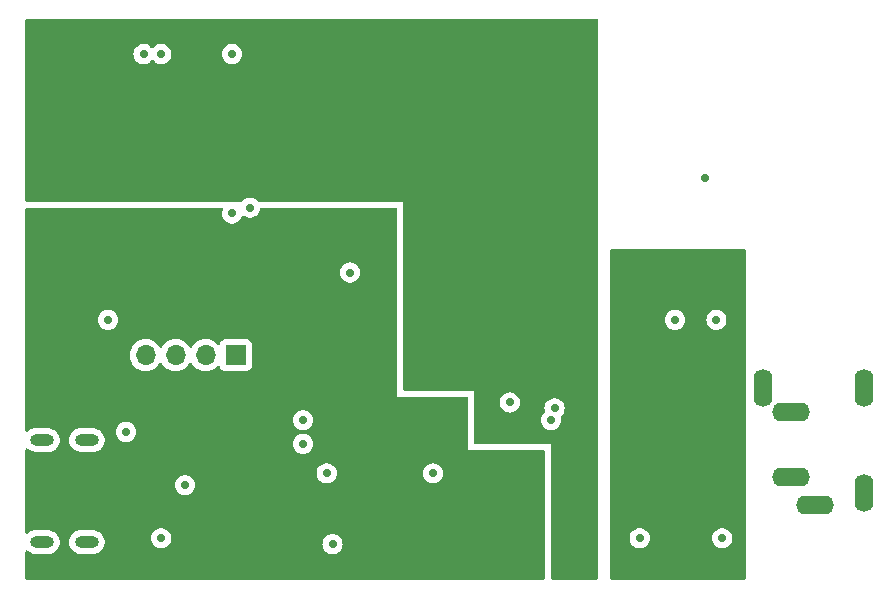
<source format=gbr>
%TF.GenerationSoftware,KiCad,Pcbnew,(6.0.8-1)-1*%
%TF.CreationDate,2022-11-20T20:32:36+00:00*%
%TF.ProjectId,esp32-network-dac,65737033-322d-46e6-9574-776f726b2d64,0.1*%
%TF.SameCoordinates,Original*%
%TF.FileFunction,Copper,L3,Inr*%
%TF.FilePolarity,Positive*%
%FSLAX46Y46*%
G04 Gerber Fmt 4.6, Leading zero omitted, Abs format (unit mm)*
G04 Created by KiCad (PCBNEW (6.0.8-1)-1) date 2022-11-20 20:32:36*
%MOMM*%
%LPD*%
G01*
G04 APERTURE LIST*
%TA.AperFunction,ComponentPad*%
%ADD10O,3.200000X1.600000*%
%TD*%
%TA.AperFunction,ComponentPad*%
%ADD11O,1.600000X3.200000*%
%TD*%
%TA.AperFunction,ComponentPad*%
%ADD12R,1.700000X1.700000*%
%TD*%
%TA.AperFunction,ComponentPad*%
%ADD13O,1.700000X1.700000*%
%TD*%
%TA.AperFunction,ComponentPad*%
%ADD14O,2.000000X1.000000*%
%TD*%
%TA.AperFunction,ViaPad*%
%ADD15C,0.700000*%
%TD*%
G04 APERTURE END LIST*
D10*
%TO.N,GND*%
%TO.C,J2*%
X162357500Y-114675000D03*
%TO.N,/JACKL*%
X160357500Y-112275000D03*
%TO.N,/JACKR*%
X160357500Y-106775000D03*
D11*
%TO.N,GND*%
X166507500Y-113675000D03*
X166507500Y-104775000D03*
X157907500Y-104775000D03*
%TD*%
D12*
%TO.N,VBUS*%
%TO.C,J3*%
X113300000Y-102000000D03*
D13*
%TO.N,ESP32_Rx*%
X110760000Y-102000000D03*
%TO.N,ESP32_Tx*%
X108220000Y-102000000D03*
%TO.N,GND*%
X105680000Y-102000000D03*
%TD*%
D14*
%TO.N,unconnected-(J1-PadS1)*%
%TO.C,J1*%
X100700000Y-109180000D03*
X100700000Y-117820000D03*
X96900000Y-109180000D03*
X96900000Y-117820000D03*
%TD*%
D15*
%TO.N,GND*%
X102500000Y-99000000D03*
X121500000Y-118000000D03*
X119000000Y-109500000D03*
X119000000Y-107500000D03*
X121000000Y-112000000D03*
X138500000Y-97500000D03*
X137000000Y-103500000D03*
X153000000Y-87000000D03*
X142500000Y-111000000D03*
X147500000Y-117500000D03*
X139000000Y-87000000D03*
X106000000Y-83500000D03*
X123000000Y-95000000D03*
X107000000Y-117500000D03*
X121000000Y-82000000D03*
X131500000Y-99000000D03*
X142000000Y-107500000D03*
X130000000Y-112000000D03*
X139000000Y-76500000D03*
X150500000Y-99000000D03*
X104000000Y-108500000D03*
X154000000Y-99000000D03*
X154500000Y-117500000D03*
X109000000Y-113000000D03*
%TO.N,+3V3*%
X103007202Y-93992798D03*
X123500000Y-118000000D03*
X136500000Y-116500000D03*
X109000000Y-108500000D03*
%TO.N,+3.3VA*%
X147020000Y-99480000D03*
X147500000Y-114500000D03*
%TO.N,ESP32_Tx*%
X105500000Y-76500000D03*
%TO.N,ESP32_Rx*%
X107000000Y-76500000D03*
%TO.N,PCM_BCK*%
X113000000Y-76500000D03*
X140300500Y-106500000D03*
%TO.N,PCM_DIN*%
X136500000Y-106000000D03*
X114500000Y-89500000D03*
%TO.N,PCM_LRCK*%
X140000000Y-107500000D03*
X113000000Y-90000000D03*
%TD*%
%TA.AperFunction,Conductor*%
%TO.N,GND*%
G36*
X143942121Y-73520002D02*
G01*
X143988614Y-73573658D01*
X144000000Y-73626000D01*
X144000000Y-120874000D01*
X143979998Y-120942121D01*
X143926342Y-120988614D01*
X143874000Y-121000000D01*
X140126000Y-121000000D01*
X140057879Y-120979998D01*
X140011386Y-120926342D01*
X140000000Y-120874000D01*
X140000000Y-109500000D01*
X133626000Y-109500000D01*
X133557879Y-109479998D01*
X133511386Y-109426342D01*
X133500000Y-109374000D01*
X133500000Y-107500000D01*
X139144815Y-107500000D01*
X139163503Y-107677803D01*
X139218750Y-107847835D01*
X139222053Y-107853557D01*
X139222054Y-107853558D01*
X139297878Y-107984888D01*
X139308141Y-108002665D01*
X139427770Y-108135526D01*
X139572407Y-108240612D01*
X139578435Y-108243296D01*
X139578437Y-108243297D01*
X139710595Y-108302137D01*
X139735733Y-108313329D01*
X139823171Y-108331915D01*
X139904152Y-108349128D01*
X139904156Y-108349128D01*
X139910609Y-108350500D01*
X140089391Y-108350500D01*
X140095844Y-108349128D01*
X140095848Y-108349128D01*
X140176829Y-108331915D01*
X140264267Y-108313329D01*
X140289405Y-108302137D01*
X140421563Y-108243297D01*
X140421565Y-108243296D01*
X140427593Y-108240612D01*
X140572230Y-108135526D01*
X140691859Y-108002665D01*
X140702122Y-107984888D01*
X140777946Y-107853558D01*
X140777947Y-107853557D01*
X140781250Y-107847835D01*
X140836497Y-107677803D01*
X140855185Y-107500000D01*
X140836497Y-107322197D01*
X140822636Y-107279537D01*
X140820608Y-107208571D01*
X140857270Y-107147773D01*
X140866268Y-107140416D01*
X140867390Y-107139406D01*
X140872730Y-107135526D01*
X140992359Y-107002665D01*
X141069310Y-106869382D01*
X141078446Y-106853558D01*
X141078447Y-106853557D01*
X141081750Y-106847835D01*
X141136997Y-106677803D01*
X141155685Y-106500000D01*
X141136997Y-106322197D01*
X141081750Y-106152165D01*
X140992359Y-105997335D01*
X140872730Y-105864474D01*
X140728093Y-105759388D01*
X140722065Y-105756704D01*
X140722063Y-105756703D01*
X140570798Y-105689356D01*
X140570797Y-105689356D01*
X140564767Y-105686671D01*
X140477329Y-105668085D01*
X140396348Y-105650872D01*
X140396344Y-105650872D01*
X140389891Y-105649500D01*
X140211109Y-105649500D01*
X140204656Y-105650872D01*
X140204652Y-105650872D01*
X140123671Y-105668086D01*
X140036233Y-105686671D01*
X140030203Y-105689356D01*
X140030202Y-105689356D01*
X139878938Y-105756703D01*
X139878936Y-105756704D01*
X139872908Y-105759388D01*
X139867567Y-105763268D01*
X139867566Y-105763269D01*
X139747346Y-105850614D01*
X139728270Y-105864474D01*
X139608641Y-105997335D01*
X139519250Y-106152165D01*
X139464003Y-106322197D01*
X139445315Y-106500000D01*
X139464003Y-106677803D01*
X139477864Y-106720463D01*
X139479892Y-106791428D01*
X139443230Y-106852226D01*
X139434239Y-106859579D01*
X139433117Y-106860589D01*
X139427770Y-106864474D01*
X139308141Y-106997335D01*
X139304838Y-107003056D01*
X139228357Y-107135526D01*
X139218750Y-107152165D01*
X139163503Y-107322197D01*
X139144815Y-107500000D01*
X133500000Y-107500000D01*
X133500000Y-106000000D01*
X135644815Y-106000000D01*
X135663503Y-106177803D01*
X135718750Y-106347835D01*
X135808141Y-106502665D01*
X135927770Y-106635526D01*
X136072407Y-106740612D01*
X136078435Y-106743296D01*
X136078437Y-106743297D01*
X136186542Y-106791428D01*
X136235733Y-106813329D01*
X136323171Y-106831915D01*
X136404152Y-106849128D01*
X136404156Y-106849128D01*
X136410609Y-106850500D01*
X136589391Y-106850500D01*
X136595844Y-106849128D01*
X136595848Y-106849128D01*
X136676829Y-106831914D01*
X136764267Y-106813329D01*
X136813458Y-106791428D01*
X136921563Y-106743297D01*
X136921565Y-106743296D01*
X136927593Y-106740612D01*
X137072230Y-106635526D01*
X137191859Y-106502665D01*
X137281250Y-106347835D01*
X137336497Y-106177803D01*
X137355185Y-106000000D01*
X137336497Y-105822197D01*
X137281250Y-105652165D01*
X137191859Y-105497335D01*
X137072230Y-105364474D01*
X136927593Y-105259388D01*
X136921565Y-105256704D01*
X136921563Y-105256703D01*
X136770298Y-105189356D01*
X136770297Y-105189356D01*
X136764267Y-105186671D01*
X136676829Y-105168086D01*
X136595848Y-105150872D01*
X136595844Y-105150872D01*
X136589391Y-105149500D01*
X136410609Y-105149500D01*
X136404156Y-105150872D01*
X136404152Y-105150872D01*
X136323171Y-105168085D01*
X136235733Y-105186671D01*
X136229703Y-105189356D01*
X136229702Y-105189356D01*
X136078438Y-105256703D01*
X136078436Y-105256704D01*
X136072408Y-105259388D01*
X135927770Y-105364474D01*
X135808141Y-105497335D01*
X135718750Y-105652165D01*
X135663503Y-105822197D01*
X135644815Y-106000000D01*
X133500000Y-106000000D01*
X133500000Y-105000000D01*
X127626000Y-105000000D01*
X127557879Y-104979998D01*
X127511386Y-104926342D01*
X127500000Y-104874000D01*
X127500000Y-89000000D01*
X115250358Y-89000000D01*
X115182237Y-88979998D01*
X115156722Y-88958311D01*
X115076645Y-88869377D01*
X115076643Y-88869376D01*
X115072230Y-88864474D01*
X114927593Y-88759388D01*
X114921565Y-88756704D01*
X114921563Y-88756703D01*
X114770298Y-88689356D01*
X114770297Y-88689356D01*
X114764267Y-88686671D01*
X114676829Y-88668085D01*
X114595848Y-88650872D01*
X114595844Y-88650872D01*
X114589391Y-88649500D01*
X114410609Y-88649500D01*
X114404156Y-88650872D01*
X114404152Y-88650872D01*
X114323171Y-88668085D01*
X114235733Y-88686671D01*
X114229703Y-88689356D01*
X114229702Y-88689356D01*
X114078438Y-88756703D01*
X114078436Y-88756704D01*
X114072408Y-88759388D01*
X113927770Y-88864474D01*
X113923357Y-88869376D01*
X113923355Y-88869377D01*
X113843278Y-88958311D01*
X113782832Y-88995550D01*
X113749642Y-89000000D01*
X95626000Y-89000000D01*
X95557879Y-88979998D01*
X95511386Y-88926342D01*
X95500000Y-88874000D01*
X95500000Y-76500000D01*
X104644815Y-76500000D01*
X104663503Y-76677803D01*
X104718750Y-76847835D01*
X104808141Y-77002665D01*
X104927770Y-77135526D01*
X105072407Y-77240612D01*
X105078435Y-77243296D01*
X105078437Y-77243297D01*
X105229702Y-77310644D01*
X105235733Y-77313329D01*
X105323171Y-77331915D01*
X105404152Y-77349128D01*
X105404156Y-77349128D01*
X105410609Y-77350500D01*
X105589391Y-77350500D01*
X105595844Y-77349128D01*
X105595848Y-77349128D01*
X105676829Y-77331915D01*
X105764267Y-77313329D01*
X105770298Y-77310644D01*
X105921563Y-77243297D01*
X105921565Y-77243296D01*
X105927593Y-77240612D01*
X106072230Y-77135526D01*
X106156364Y-77042086D01*
X106216810Y-77004847D01*
X106287794Y-77006199D01*
X106343636Y-77042086D01*
X106427770Y-77135526D01*
X106572407Y-77240612D01*
X106578435Y-77243296D01*
X106578437Y-77243297D01*
X106729702Y-77310644D01*
X106735733Y-77313329D01*
X106823171Y-77331915D01*
X106904152Y-77349128D01*
X106904156Y-77349128D01*
X106910609Y-77350500D01*
X107089391Y-77350500D01*
X107095844Y-77349128D01*
X107095848Y-77349128D01*
X107176829Y-77331915D01*
X107264267Y-77313329D01*
X107270298Y-77310644D01*
X107421563Y-77243297D01*
X107421565Y-77243296D01*
X107427593Y-77240612D01*
X107572230Y-77135526D01*
X107691859Y-77002665D01*
X107781250Y-76847835D01*
X107836497Y-76677803D01*
X107855185Y-76500000D01*
X112144815Y-76500000D01*
X112163503Y-76677803D01*
X112218750Y-76847835D01*
X112308141Y-77002665D01*
X112427770Y-77135526D01*
X112572407Y-77240612D01*
X112578435Y-77243296D01*
X112578437Y-77243297D01*
X112729702Y-77310644D01*
X112735733Y-77313329D01*
X112823171Y-77331915D01*
X112904152Y-77349128D01*
X112904156Y-77349128D01*
X112910609Y-77350500D01*
X113089391Y-77350500D01*
X113095844Y-77349128D01*
X113095848Y-77349128D01*
X113176829Y-77331915D01*
X113264267Y-77313329D01*
X113270298Y-77310644D01*
X113421563Y-77243297D01*
X113421565Y-77243296D01*
X113427593Y-77240612D01*
X113572230Y-77135526D01*
X113691859Y-77002665D01*
X113781250Y-76847835D01*
X113836497Y-76677803D01*
X113855185Y-76500000D01*
X113836497Y-76322197D01*
X113781250Y-76152165D01*
X113691859Y-75997335D01*
X113572230Y-75864474D01*
X113427593Y-75759388D01*
X113421565Y-75756704D01*
X113421563Y-75756703D01*
X113270298Y-75689356D01*
X113270297Y-75689356D01*
X113264267Y-75686671D01*
X113176829Y-75668085D01*
X113095848Y-75650872D01*
X113095844Y-75650872D01*
X113089391Y-75649500D01*
X112910609Y-75649500D01*
X112904156Y-75650872D01*
X112904152Y-75650872D01*
X112823171Y-75668085D01*
X112735733Y-75686671D01*
X112729703Y-75689356D01*
X112729702Y-75689356D01*
X112578438Y-75756703D01*
X112578436Y-75756704D01*
X112572408Y-75759388D01*
X112427770Y-75864474D01*
X112308141Y-75997335D01*
X112218750Y-76152165D01*
X112163503Y-76322197D01*
X112144815Y-76500000D01*
X107855185Y-76500000D01*
X107836497Y-76322197D01*
X107781250Y-76152165D01*
X107691859Y-75997335D01*
X107572230Y-75864474D01*
X107427593Y-75759388D01*
X107421565Y-75756704D01*
X107421563Y-75756703D01*
X107270298Y-75689356D01*
X107270297Y-75689356D01*
X107264267Y-75686671D01*
X107176829Y-75668085D01*
X107095848Y-75650872D01*
X107095844Y-75650872D01*
X107089391Y-75649500D01*
X106910609Y-75649500D01*
X106904156Y-75650872D01*
X106904152Y-75650872D01*
X106823171Y-75668085D01*
X106735733Y-75686671D01*
X106729703Y-75689356D01*
X106729702Y-75689356D01*
X106578438Y-75756703D01*
X106578436Y-75756704D01*
X106572408Y-75759388D01*
X106427770Y-75864474D01*
X106423357Y-75869376D01*
X106423355Y-75869377D01*
X106343636Y-75957914D01*
X106283190Y-75995153D01*
X106212206Y-75993801D01*
X106156364Y-75957914D01*
X106076645Y-75869377D01*
X106076643Y-75869376D01*
X106072230Y-75864474D01*
X105927593Y-75759388D01*
X105921565Y-75756704D01*
X105921563Y-75756703D01*
X105770298Y-75689356D01*
X105770297Y-75689356D01*
X105764267Y-75686671D01*
X105676829Y-75668085D01*
X105595848Y-75650872D01*
X105595844Y-75650872D01*
X105589391Y-75649500D01*
X105410609Y-75649500D01*
X105404156Y-75650872D01*
X105404152Y-75650872D01*
X105323171Y-75668085D01*
X105235733Y-75686671D01*
X105229703Y-75689356D01*
X105229702Y-75689356D01*
X105078438Y-75756703D01*
X105078436Y-75756704D01*
X105072408Y-75759388D01*
X104927770Y-75864474D01*
X104808141Y-75997335D01*
X104718750Y-76152165D01*
X104663503Y-76322197D01*
X104644815Y-76500000D01*
X95500000Y-76500000D01*
X95500000Y-73626000D01*
X95520002Y-73557879D01*
X95573658Y-73511386D01*
X95626000Y-73500000D01*
X143874000Y-73500000D01*
X143942121Y-73520002D01*
G37*
%TD.AperFunction*%
%TD*%
%TA.AperFunction,Conductor*%
%TO.N,+3V3*%
G36*
X112162888Y-89520002D02*
G01*
X112209381Y-89573658D01*
X112219485Y-89643932D01*
X112214600Y-89664936D01*
X112208379Y-89684082D01*
X112163503Y-89822197D01*
X112144815Y-90000000D01*
X112163503Y-90177803D01*
X112165543Y-90184080D01*
X112165543Y-90184082D01*
X112169507Y-90196282D01*
X112218750Y-90347835D01*
X112308141Y-90502665D01*
X112427770Y-90635526D01*
X112572407Y-90740612D01*
X112578435Y-90743296D01*
X112578437Y-90743297D01*
X112729702Y-90810644D01*
X112735733Y-90813329D01*
X112823171Y-90831915D01*
X112904152Y-90849128D01*
X112904156Y-90849128D01*
X112910609Y-90850500D01*
X113089391Y-90850500D01*
X113095844Y-90849128D01*
X113095848Y-90849128D01*
X113176829Y-90831914D01*
X113264267Y-90813329D01*
X113270298Y-90810644D01*
X113421563Y-90743297D01*
X113421565Y-90743296D01*
X113427593Y-90740612D01*
X113572230Y-90635526D01*
X113691859Y-90502665D01*
X113781250Y-90347835D01*
X113811451Y-90254887D01*
X113851525Y-90196282D01*
X113916922Y-90168645D01*
X113986879Y-90180752D01*
X114005339Y-90191884D01*
X114072407Y-90240612D01*
X114078435Y-90243296D01*
X114078437Y-90243297D01*
X114104469Y-90254887D01*
X114235733Y-90313329D01*
X114323171Y-90331914D01*
X114404152Y-90349128D01*
X114404156Y-90349128D01*
X114410609Y-90350500D01*
X114589391Y-90350500D01*
X114595844Y-90349128D01*
X114595848Y-90349128D01*
X114676829Y-90331914D01*
X114764267Y-90313329D01*
X114895531Y-90254887D01*
X114921563Y-90243297D01*
X114921565Y-90243296D01*
X114927593Y-90240612D01*
X114988608Y-90196282D01*
X115066891Y-90139405D01*
X115072230Y-90135526D01*
X115191859Y-90002665D01*
X115281250Y-89847835D01*
X115336497Y-89677803D01*
X115343326Y-89612829D01*
X115370339Y-89547173D01*
X115428561Y-89506543D01*
X115468636Y-89500000D01*
X126874000Y-89500000D01*
X126942121Y-89520002D01*
X126988614Y-89573658D01*
X127000000Y-89626000D01*
X127000000Y-105500000D01*
X132874000Y-105500000D01*
X132942121Y-105520002D01*
X132988614Y-105573658D01*
X133000000Y-105626000D01*
X133000000Y-110000000D01*
X139374000Y-110000000D01*
X139442121Y-110020002D01*
X139488614Y-110073658D01*
X139500000Y-110126000D01*
X139500000Y-120874000D01*
X139479998Y-120942121D01*
X139426342Y-120988614D01*
X139374000Y-121000000D01*
X95626000Y-121000000D01*
X95557879Y-120979998D01*
X95511386Y-120926342D01*
X95500000Y-120874000D01*
X95500000Y-118641064D01*
X95520002Y-118572943D01*
X95573658Y-118526450D01*
X95643932Y-118516346D01*
X95708512Y-118545840D01*
X95717537Y-118554480D01*
X95742881Y-118581280D01*
X95909379Y-118697863D01*
X96095919Y-118778586D01*
X96141947Y-118788202D01*
X96290144Y-118819162D01*
X96290149Y-118819163D01*
X96294880Y-118820151D01*
X96299762Y-118820407D01*
X96299871Y-118820413D01*
X96299887Y-118820413D01*
X96301539Y-118820500D01*
X97450800Y-118820500D01*
X97507891Y-118814701D01*
X97595868Y-118805765D01*
X97595870Y-118805765D01*
X97602216Y-118805120D01*
X97796172Y-118744338D01*
X97973944Y-118645797D01*
X98128271Y-118513523D01*
X98132887Y-118507573D01*
X98248939Y-118357958D01*
X98252848Y-118352919D01*
X98342587Y-118170545D01*
X98344197Y-118164365D01*
X98392212Y-117980034D01*
X98392212Y-117980031D01*
X98393822Y-117973852D01*
X98399310Y-117869126D01*
X99195541Y-117869126D01*
X99225935Y-118070097D01*
X99296119Y-118260852D01*
X99299479Y-118266272D01*
X99299480Y-118266273D01*
X99399863Y-118428176D01*
X99399866Y-118428180D01*
X99403226Y-118433599D01*
X99542881Y-118581280D01*
X99709379Y-118697863D01*
X99895919Y-118778586D01*
X99941947Y-118788202D01*
X100090144Y-118819162D01*
X100090149Y-118819163D01*
X100094880Y-118820151D01*
X100099762Y-118820407D01*
X100099871Y-118820413D01*
X100099887Y-118820413D01*
X100101539Y-118820500D01*
X101250800Y-118820500D01*
X101307891Y-118814701D01*
X101395868Y-118805765D01*
X101395870Y-118805765D01*
X101402216Y-118805120D01*
X101596172Y-118744338D01*
X101773944Y-118645797D01*
X101928271Y-118513523D01*
X101932887Y-118507573D01*
X102048939Y-118357958D01*
X102052848Y-118352919D01*
X102142587Y-118170545D01*
X102144197Y-118164365D01*
X102192212Y-117980034D01*
X102192212Y-117980031D01*
X102193822Y-117973852D01*
X102200755Y-117841550D01*
X102204125Y-117777256D01*
X102204125Y-117777252D01*
X102204459Y-117770874D01*
X102174065Y-117569903D01*
X102148346Y-117500000D01*
X106144815Y-117500000D01*
X106163503Y-117677803D01*
X106218750Y-117847835D01*
X106308141Y-118002665D01*
X106427770Y-118135526D01*
X106572407Y-118240612D01*
X106578435Y-118243296D01*
X106578437Y-118243297D01*
X106729702Y-118310644D01*
X106735733Y-118313329D01*
X106823171Y-118331915D01*
X106904152Y-118349128D01*
X106904156Y-118349128D01*
X106910609Y-118350500D01*
X107089391Y-118350500D01*
X107095844Y-118349128D01*
X107095848Y-118349128D01*
X107176829Y-118331915D01*
X107264267Y-118313329D01*
X107270298Y-118310644D01*
X107421563Y-118243297D01*
X107421565Y-118243296D01*
X107427593Y-118240612D01*
X107572230Y-118135526D01*
X107691859Y-118002665D01*
X107693398Y-118000000D01*
X120644815Y-118000000D01*
X120663503Y-118177803D01*
X120718750Y-118347835D01*
X120722053Y-118353557D01*
X120722054Y-118353558D01*
X120797878Y-118484888D01*
X120808141Y-118502665D01*
X120812559Y-118507572D01*
X120812560Y-118507573D01*
X120878927Y-118581280D01*
X120927770Y-118635526D01*
X120941907Y-118645797D01*
X121013569Y-118697863D01*
X121072407Y-118740612D01*
X121078435Y-118743296D01*
X121078437Y-118743297D01*
X121213007Y-118803211D01*
X121235733Y-118813329D01*
X121323171Y-118831915D01*
X121404152Y-118849128D01*
X121404156Y-118849128D01*
X121410609Y-118850500D01*
X121589391Y-118850500D01*
X121595844Y-118849128D01*
X121595848Y-118849128D01*
X121676829Y-118831915D01*
X121764267Y-118813329D01*
X121786993Y-118803211D01*
X121921563Y-118743297D01*
X121921565Y-118743296D01*
X121927593Y-118740612D01*
X121986432Y-118697863D01*
X122058093Y-118645797D01*
X122072230Y-118635526D01*
X122121074Y-118581280D01*
X122187440Y-118507573D01*
X122187441Y-118507572D01*
X122191859Y-118502665D01*
X122202122Y-118484888D01*
X122277946Y-118353558D01*
X122277947Y-118353557D01*
X122281250Y-118347835D01*
X122336497Y-118177803D01*
X122355185Y-118000000D01*
X122342094Y-117875444D01*
X122337187Y-117828761D01*
X122337187Y-117828760D01*
X122336497Y-117822197D01*
X122281250Y-117652165D01*
X122191859Y-117497335D01*
X122085443Y-117379148D01*
X122076645Y-117369377D01*
X122076643Y-117369376D01*
X122072230Y-117364474D01*
X121927593Y-117259388D01*
X121921565Y-117256704D01*
X121921563Y-117256703D01*
X121770298Y-117189356D01*
X121770297Y-117189356D01*
X121764267Y-117186671D01*
X121676829Y-117168085D01*
X121595848Y-117150872D01*
X121595844Y-117150872D01*
X121589391Y-117149500D01*
X121410609Y-117149500D01*
X121404156Y-117150872D01*
X121404152Y-117150872D01*
X121323171Y-117168085D01*
X121235733Y-117186671D01*
X121229703Y-117189356D01*
X121229702Y-117189356D01*
X121078438Y-117256703D01*
X121078436Y-117256704D01*
X121072408Y-117259388D01*
X121067067Y-117263268D01*
X121067066Y-117263269D01*
X120946846Y-117350614D01*
X120927770Y-117364474D01*
X120923357Y-117369376D01*
X120923355Y-117369377D01*
X120914557Y-117379148D01*
X120808141Y-117497335D01*
X120718750Y-117652165D01*
X120663503Y-117822197D01*
X120662813Y-117828760D01*
X120662813Y-117828761D01*
X120657906Y-117875444D01*
X120644815Y-118000000D01*
X107693398Y-118000000D01*
X107781250Y-117847835D01*
X107836497Y-117677803D01*
X107855185Y-117500000D01*
X107836497Y-117322197D01*
X107781250Y-117152165D01*
X107765299Y-117124536D01*
X107695162Y-117003056D01*
X107691859Y-116997335D01*
X107645456Y-116945799D01*
X107576645Y-116869377D01*
X107576643Y-116869376D01*
X107572230Y-116864474D01*
X107427593Y-116759388D01*
X107421565Y-116756704D01*
X107421563Y-116756703D01*
X107270298Y-116689356D01*
X107270297Y-116689356D01*
X107264267Y-116686671D01*
X107176829Y-116668086D01*
X107095848Y-116650872D01*
X107095844Y-116650872D01*
X107089391Y-116649500D01*
X106910609Y-116649500D01*
X106904156Y-116650872D01*
X106904152Y-116650872D01*
X106823171Y-116668086D01*
X106735733Y-116686671D01*
X106729703Y-116689356D01*
X106729702Y-116689356D01*
X106578438Y-116756703D01*
X106578436Y-116756704D01*
X106572408Y-116759388D01*
X106567067Y-116763268D01*
X106567066Y-116763269D01*
X106465875Y-116836789D01*
X106427770Y-116864474D01*
X106423357Y-116869376D01*
X106423355Y-116869377D01*
X106354544Y-116945799D01*
X106308141Y-116997335D01*
X106304838Y-117003056D01*
X106234702Y-117124536D01*
X106218750Y-117152165D01*
X106163503Y-117322197D01*
X106144815Y-117500000D01*
X102148346Y-117500000D01*
X102103881Y-117379148D01*
X102050345Y-117292802D01*
X102000137Y-117211824D01*
X102000134Y-117211820D01*
X101996774Y-117206401D01*
X101857119Y-117058720D01*
X101690621Y-116942137D01*
X101504081Y-116861414D01*
X101458053Y-116851798D01*
X101309856Y-116820838D01*
X101309851Y-116820837D01*
X101305120Y-116819849D01*
X101300238Y-116819593D01*
X101300129Y-116819587D01*
X101300113Y-116819587D01*
X101298461Y-116819500D01*
X100149200Y-116819500D01*
X100101207Y-116824375D01*
X100004132Y-116834235D01*
X100004130Y-116834235D01*
X99997784Y-116834880D01*
X99803828Y-116895662D01*
X99626056Y-116994203D01*
X99621208Y-116998359D01*
X99621207Y-116998359D01*
X99615727Y-117003056D01*
X99471729Y-117126477D01*
X99467822Y-117131514D01*
X99467820Y-117131516D01*
X99452806Y-117150872D01*
X99347152Y-117287081D01*
X99257413Y-117469455D01*
X99255804Y-117475633D01*
X99255803Y-117475635D01*
X99229603Y-117576220D01*
X99206178Y-117666148D01*
X99205844Y-117672527D01*
X99196357Y-117853558D01*
X99195541Y-117869126D01*
X98399310Y-117869126D01*
X98400755Y-117841550D01*
X98404125Y-117777256D01*
X98404125Y-117777252D01*
X98404459Y-117770874D01*
X98374065Y-117569903D01*
X98303881Y-117379148D01*
X98250345Y-117292802D01*
X98200137Y-117211824D01*
X98200134Y-117211820D01*
X98196774Y-117206401D01*
X98057119Y-117058720D01*
X97890621Y-116942137D01*
X97704081Y-116861414D01*
X97658053Y-116851798D01*
X97509856Y-116820838D01*
X97509851Y-116820837D01*
X97505120Y-116819849D01*
X97500238Y-116819593D01*
X97500129Y-116819587D01*
X97500113Y-116819587D01*
X97498461Y-116819500D01*
X96349200Y-116819500D01*
X96301207Y-116824375D01*
X96204132Y-116834235D01*
X96204130Y-116834235D01*
X96197784Y-116834880D01*
X96003828Y-116895662D01*
X95826056Y-116994203D01*
X95707995Y-117095393D01*
X95643259Y-117124536D01*
X95573040Y-117114054D01*
X95519636Y-117067272D01*
X95500000Y-116999724D01*
X95500000Y-113000000D01*
X108144815Y-113000000D01*
X108163503Y-113177803D01*
X108218750Y-113347835D01*
X108308141Y-113502665D01*
X108427770Y-113635526D01*
X108572407Y-113740612D01*
X108578435Y-113743296D01*
X108578437Y-113743297D01*
X108729702Y-113810644D01*
X108735733Y-113813329D01*
X108823171Y-113831915D01*
X108904152Y-113849128D01*
X108904156Y-113849128D01*
X108910609Y-113850500D01*
X109089391Y-113850500D01*
X109095844Y-113849128D01*
X109095848Y-113849128D01*
X109176829Y-113831915D01*
X109264267Y-113813329D01*
X109270298Y-113810644D01*
X109421563Y-113743297D01*
X109421565Y-113743296D01*
X109427593Y-113740612D01*
X109572230Y-113635526D01*
X109691859Y-113502665D01*
X109781250Y-113347835D01*
X109836497Y-113177803D01*
X109855185Y-113000000D01*
X109836497Y-112822197D01*
X109834062Y-112814701D01*
X109783292Y-112658450D01*
X109781250Y-112652165D01*
X109771644Y-112635526D01*
X109695162Y-112503056D01*
X109691859Y-112497335D01*
X109572230Y-112364474D01*
X109427593Y-112259388D01*
X109421565Y-112256704D01*
X109421563Y-112256703D01*
X109270298Y-112189356D01*
X109270297Y-112189356D01*
X109264267Y-112186671D01*
X109176829Y-112168085D01*
X109095848Y-112150872D01*
X109095844Y-112150872D01*
X109089391Y-112149500D01*
X108910609Y-112149500D01*
X108904156Y-112150872D01*
X108904152Y-112150872D01*
X108823171Y-112168086D01*
X108735733Y-112186671D01*
X108729703Y-112189356D01*
X108729702Y-112189356D01*
X108578438Y-112256703D01*
X108578436Y-112256704D01*
X108572408Y-112259388D01*
X108427770Y-112364474D01*
X108308141Y-112497335D01*
X108304838Y-112503056D01*
X108228357Y-112635526D01*
X108218750Y-112652165D01*
X108216708Y-112658450D01*
X108165939Y-112814701D01*
X108163503Y-112822197D01*
X108144815Y-113000000D01*
X95500000Y-113000000D01*
X95500000Y-112000000D01*
X120144815Y-112000000D01*
X120163503Y-112177803D01*
X120165543Y-112184080D01*
X120165543Y-112184082D01*
X120166384Y-112186671D01*
X120218750Y-112347835D01*
X120222053Y-112353557D01*
X120222054Y-112353558D01*
X120231187Y-112369377D01*
X120308141Y-112502665D01*
X120427770Y-112635526D01*
X120572407Y-112740612D01*
X120578435Y-112743296D01*
X120578437Y-112743297D01*
X120729702Y-112810644D01*
X120735733Y-112813329D01*
X120808335Y-112828761D01*
X120904152Y-112849128D01*
X120904156Y-112849128D01*
X120910609Y-112850500D01*
X121089391Y-112850500D01*
X121095844Y-112849128D01*
X121095848Y-112849128D01*
X121191665Y-112828761D01*
X121264267Y-112813329D01*
X121270298Y-112810644D01*
X121421563Y-112743297D01*
X121421565Y-112743296D01*
X121427593Y-112740612D01*
X121572230Y-112635526D01*
X121691859Y-112502665D01*
X121768813Y-112369377D01*
X121777946Y-112353558D01*
X121777947Y-112353557D01*
X121781250Y-112347835D01*
X121833616Y-112186671D01*
X121834457Y-112184082D01*
X121834457Y-112184080D01*
X121836497Y-112177803D01*
X121855185Y-112000000D01*
X129144815Y-112000000D01*
X129163503Y-112177803D01*
X129165543Y-112184080D01*
X129165543Y-112184082D01*
X129166384Y-112186671D01*
X129218750Y-112347835D01*
X129222053Y-112353557D01*
X129222054Y-112353558D01*
X129231187Y-112369377D01*
X129308141Y-112502665D01*
X129427770Y-112635526D01*
X129572407Y-112740612D01*
X129578435Y-112743296D01*
X129578437Y-112743297D01*
X129729702Y-112810644D01*
X129735733Y-112813329D01*
X129808335Y-112828761D01*
X129904152Y-112849128D01*
X129904156Y-112849128D01*
X129910609Y-112850500D01*
X130089391Y-112850500D01*
X130095844Y-112849128D01*
X130095848Y-112849128D01*
X130191665Y-112828761D01*
X130264267Y-112813329D01*
X130270298Y-112810644D01*
X130421563Y-112743297D01*
X130421565Y-112743296D01*
X130427593Y-112740612D01*
X130572230Y-112635526D01*
X130691859Y-112502665D01*
X130768813Y-112369377D01*
X130777946Y-112353558D01*
X130777947Y-112353557D01*
X130781250Y-112347835D01*
X130833616Y-112186671D01*
X130834457Y-112184082D01*
X130834457Y-112184080D01*
X130836497Y-112177803D01*
X130855185Y-112000000D01*
X130836497Y-111822197D01*
X130781250Y-111652165D01*
X130691859Y-111497335D01*
X130572230Y-111364474D01*
X130427593Y-111259388D01*
X130421565Y-111256704D01*
X130421563Y-111256703D01*
X130270298Y-111189356D01*
X130270297Y-111189356D01*
X130264267Y-111186671D01*
X130176829Y-111168085D01*
X130095848Y-111150872D01*
X130095844Y-111150872D01*
X130089391Y-111149500D01*
X129910609Y-111149500D01*
X129904156Y-111150872D01*
X129904152Y-111150872D01*
X129823171Y-111168085D01*
X129735733Y-111186671D01*
X129729703Y-111189356D01*
X129729702Y-111189356D01*
X129578438Y-111256703D01*
X129578436Y-111256704D01*
X129572408Y-111259388D01*
X129427770Y-111364474D01*
X129308141Y-111497335D01*
X129218750Y-111652165D01*
X129163503Y-111822197D01*
X129144815Y-112000000D01*
X121855185Y-112000000D01*
X121836497Y-111822197D01*
X121781250Y-111652165D01*
X121691859Y-111497335D01*
X121572230Y-111364474D01*
X121427593Y-111259388D01*
X121421565Y-111256704D01*
X121421563Y-111256703D01*
X121270298Y-111189356D01*
X121270297Y-111189356D01*
X121264267Y-111186671D01*
X121176829Y-111168085D01*
X121095848Y-111150872D01*
X121095844Y-111150872D01*
X121089391Y-111149500D01*
X120910609Y-111149500D01*
X120904156Y-111150872D01*
X120904152Y-111150872D01*
X120823171Y-111168085D01*
X120735733Y-111186671D01*
X120729703Y-111189356D01*
X120729702Y-111189356D01*
X120578438Y-111256703D01*
X120578436Y-111256704D01*
X120572408Y-111259388D01*
X120427770Y-111364474D01*
X120308141Y-111497335D01*
X120218750Y-111652165D01*
X120163503Y-111822197D01*
X120144815Y-112000000D01*
X95500000Y-112000000D01*
X95500000Y-110001064D01*
X95520002Y-109932943D01*
X95573658Y-109886450D01*
X95643932Y-109876346D01*
X95708512Y-109905840D01*
X95717537Y-109914480D01*
X95742881Y-109941280D01*
X95909379Y-110057863D01*
X96095919Y-110138586D01*
X96141947Y-110148202D01*
X96290144Y-110179162D01*
X96290149Y-110179163D01*
X96294880Y-110180151D01*
X96299762Y-110180407D01*
X96299871Y-110180413D01*
X96299887Y-110180413D01*
X96301539Y-110180500D01*
X97450800Y-110180500D01*
X97498793Y-110175625D01*
X97595868Y-110165765D01*
X97595870Y-110165765D01*
X97602216Y-110165120D01*
X97796172Y-110104338D01*
X97973944Y-110005797D01*
X97980708Y-110000000D01*
X98058944Y-109932943D01*
X98128271Y-109873523D01*
X98143758Y-109853558D01*
X98248939Y-109717958D01*
X98252848Y-109712919D01*
X98342587Y-109530545D01*
X98344197Y-109524365D01*
X98392212Y-109340034D01*
X98392212Y-109340031D01*
X98393822Y-109333852D01*
X98399310Y-109229126D01*
X99195541Y-109229126D01*
X99225935Y-109430097D01*
X99296119Y-109620852D01*
X99299479Y-109626272D01*
X99299480Y-109626273D01*
X99399863Y-109788176D01*
X99399866Y-109788180D01*
X99403226Y-109793599D01*
X99542881Y-109941280D01*
X99709379Y-110057863D01*
X99895919Y-110138586D01*
X99941947Y-110148202D01*
X100090144Y-110179162D01*
X100090149Y-110179163D01*
X100094880Y-110180151D01*
X100099762Y-110180407D01*
X100099871Y-110180413D01*
X100099887Y-110180413D01*
X100101539Y-110180500D01*
X101250800Y-110180500D01*
X101298793Y-110175625D01*
X101395868Y-110165765D01*
X101395870Y-110165765D01*
X101402216Y-110165120D01*
X101596172Y-110104338D01*
X101773944Y-110005797D01*
X101780708Y-110000000D01*
X101858944Y-109932943D01*
X101928271Y-109873523D01*
X101943758Y-109853558D01*
X102048939Y-109717958D01*
X102052848Y-109712919D01*
X102142587Y-109530545D01*
X102144197Y-109524365D01*
X102150544Y-109500000D01*
X118144815Y-109500000D01*
X118163503Y-109677803D01*
X118218750Y-109847835D01*
X118308141Y-110002665D01*
X118312559Y-110007572D01*
X118312560Y-110007573D01*
X118419193Y-110126000D01*
X118427770Y-110135526D01*
X118572407Y-110240612D01*
X118578435Y-110243296D01*
X118578437Y-110243297D01*
X118729702Y-110310644D01*
X118735733Y-110313329D01*
X118823171Y-110331915D01*
X118904152Y-110349128D01*
X118904156Y-110349128D01*
X118910609Y-110350500D01*
X119089391Y-110350500D01*
X119095844Y-110349128D01*
X119095848Y-110349128D01*
X119176829Y-110331915D01*
X119264267Y-110313329D01*
X119270298Y-110310644D01*
X119421563Y-110243297D01*
X119421565Y-110243296D01*
X119427593Y-110240612D01*
X119572230Y-110135526D01*
X119580808Y-110126000D01*
X119687440Y-110007573D01*
X119687441Y-110007572D01*
X119691859Y-110002665D01*
X119781250Y-109847835D01*
X119836497Y-109677803D01*
X119855185Y-109500000D01*
X119836497Y-109322197D01*
X119834062Y-109314701D01*
X119783292Y-109158450D01*
X119781250Y-109152165D01*
X119771644Y-109135526D01*
X119695162Y-109003056D01*
X119691859Y-108997335D01*
X119572230Y-108864474D01*
X119427593Y-108759388D01*
X119421565Y-108756704D01*
X119421563Y-108756703D01*
X119270298Y-108689356D01*
X119270297Y-108689356D01*
X119264267Y-108686671D01*
X119176829Y-108668085D01*
X119095848Y-108650872D01*
X119095844Y-108650872D01*
X119089391Y-108649500D01*
X118910609Y-108649500D01*
X118904156Y-108650872D01*
X118904152Y-108650872D01*
X118823171Y-108668085D01*
X118735733Y-108686671D01*
X118729703Y-108689356D01*
X118729702Y-108689356D01*
X118578438Y-108756703D01*
X118578436Y-108756704D01*
X118572408Y-108759388D01*
X118427770Y-108864474D01*
X118308141Y-108997335D01*
X118304838Y-109003056D01*
X118228357Y-109135526D01*
X118218750Y-109152165D01*
X118216708Y-109158450D01*
X118165939Y-109314701D01*
X118163503Y-109322197D01*
X118144815Y-109500000D01*
X102150544Y-109500000D01*
X102192212Y-109340034D01*
X102192212Y-109340031D01*
X102193822Y-109333852D01*
X102203014Y-109158450D01*
X102204125Y-109137256D01*
X102204125Y-109137252D01*
X102204459Y-109130874D01*
X102174065Y-108929903D01*
X102103881Y-108739148D01*
X102071344Y-108686671D01*
X102000137Y-108571824D01*
X102000134Y-108571820D01*
X101996774Y-108566401D01*
X101933982Y-108500000D01*
X103144815Y-108500000D01*
X103163503Y-108677803D01*
X103165543Y-108684080D01*
X103165543Y-108684082D01*
X103166384Y-108686671D01*
X103218750Y-108847835D01*
X103222053Y-108853557D01*
X103222054Y-108853558D01*
X103231187Y-108869377D01*
X103308141Y-109002665D01*
X103312559Y-109007572D01*
X103312560Y-109007573D01*
X103417893Y-109124556D01*
X103427770Y-109135526D01*
X103572407Y-109240612D01*
X103578435Y-109243296D01*
X103578437Y-109243297D01*
X103729702Y-109310644D01*
X103735733Y-109313329D01*
X103808335Y-109328761D01*
X103904152Y-109349128D01*
X103904156Y-109349128D01*
X103910609Y-109350500D01*
X104089391Y-109350500D01*
X104095844Y-109349128D01*
X104095848Y-109349128D01*
X104191665Y-109328761D01*
X104264267Y-109313329D01*
X104270298Y-109310644D01*
X104421563Y-109243297D01*
X104421565Y-109243296D01*
X104427593Y-109240612D01*
X104572230Y-109135526D01*
X104582108Y-109124556D01*
X104687440Y-109007573D01*
X104687441Y-109007572D01*
X104691859Y-109002665D01*
X104768813Y-108869377D01*
X104777946Y-108853558D01*
X104777947Y-108853557D01*
X104781250Y-108847835D01*
X104833616Y-108686671D01*
X104834457Y-108684082D01*
X104834457Y-108684080D01*
X104836497Y-108677803D01*
X104855185Y-108500000D01*
X104852458Y-108474054D01*
X104837187Y-108328761D01*
X104837187Y-108328760D01*
X104836497Y-108322197D01*
X104834062Y-108314701D01*
X104783292Y-108158450D01*
X104781250Y-108152165D01*
X104771644Y-108135526D01*
X104695162Y-108003056D01*
X104691859Y-107997335D01*
X104572230Y-107864474D01*
X104427593Y-107759388D01*
X104421565Y-107756704D01*
X104421563Y-107756703D01*
X104270298Y-107689356D01*
X104270297Y-107689356D01*
X104264267Y-107686671D01*
X104176829Y-107668086D01*
X104095848Y-107650872D01*
X104095844Y-107650872D01*
X104089391Y-107649500D01*
X103910609Y-107649500D01*
X103904156Y-107650872D01*
X103904152Y-107650872D01*
X103823171Y-107668086D01*
X103735733Y-107686671D01*
X103729703Y-107689356D01*
X103729702Y-107689356D01*
X103578438Y-107756703D01*
X103578436Y-107756704D01*
X103572408Y-107759388D01*
X103427770Y-107864474D01*
X103308141Y-107997335D01*
X103304838Y-108003056D01*
X103228357Y-108135526D01*
X103218750Y-108152165D01*
X103216708Y-108158450D01*
X103165939Y-108314701D01*
X103163503Y-108322197D01*
X103162813Y-108328760D01*
X103162813Y-108328761D01*
X103147542Y-108474054D01*
X103144815Y-108500000D01*
X101933982Y-108500000D01*
X101861508Y-108423361D01*
X101861507Y-108423360D01*
X101857119Y-108418720D01*
X101690621Y-108302137D01*
X101504081Y-108221414D01*
X101458053Y-108211798D01*
X101309856Y-108180838D01*
X101309851Y-108180837D01*
X101305120Y-108179849D01*
X101300238Y-108179593D01*
X101300129Y-108179587D01*
X101300113Y-108179587D01*
X101298461Y-108179500D01*
X100149200Y-108179500D01*
X100101207Y-108184375D01*
X100004132Y-108194235D01*
X100004130Y-108194235D01*
X99997784Y-108194880D01*
X99803828Y-108255662D01*
X99626056Y-108354203D01*
X99621208Y-108358359D01*
X99621207Y-108358359D01*
X99604150Y-108372978D01*
X99471729Y-108486477D01*
X99467822Y-108491514D01*
X99467820Y-108491516D01*
X99456147Y-108506565D01*
X99347152Y-108647081D01*
X99257413Y-108829455D01*
X99255804Y-108835633D01*
X99255803Y-108835635D01*
X99214962Y-108992427D01*
X99206178Y-109026148D01*
X99195541Y-109229126D01*
X98399310Y-109229126D01*
X98403014Y-109158450D01*
X98404125Y-109137256D01*
X98404125Y-109137252D01*
X98404459Y-109130874D01*
X98374065Y-108929903D01*
X98303881Y-108739148D01*
X98271344Y-108686671D01*
X98200137Y-108571824D01*
X98200134Y-108571820D01*
X98196774Y-108566401D01*
X98133982Y-108500000D01*
X98061508Y-108423361D01*
X98061507Y-108423360D01*
X98057119Y-108418720D01*
X97890621Y-108302137D01*
X97704081Y-108221414D01*
X97658053Y-108211798D01*
X97509856Y-108180838D01*
X97509851Y-108180837D01*
X97505120Y-108179849D01*
X97500238Y-108179593D01*
X97500129Y-108179587D01*
X97500113Y-108179587D01*
X97498461Y-108179500D01*
X96349200Y-108179500D01*
X96301207Y-108184375D01*
X96204132Y-108194235D01*
X96204130Y-108194235D01*
X96197784Y-108194880D01*
X96003828Y-108255662D01*
X95826056Y-108354203D01*
X95707995Y-108455393D01*
X95643259Y-108484536D01*
X95573040Y-108474054D01*
X95519636Y-108427272D01*
X95500000Y-108359724D01*
X95500000Y-107500000D01*
X118144815Y-107500000D01*
X118163503Y-107677803D01*
X118165543Y-107684080D01*
X118165543Y-107684082D01*
X118166384Y-107686671D01*
X118218750Y-107847835D01*
X118222053Y-107853557D01*
X118222054Y-107853558D01*
X118231187Y-107869377D01*
X118308141Y-108002665D01*
X118427770Y-108135526D01*
X118433109Y-108139405D01*
X118488427Y-108179596D01*
X118572407Y-108240612D01*
X118578435Y-108243296D01*
X118578437Y-108243297D01*
X118613168Y-108258760D01*
X118735733Y-108313329D01*
X118808335Y-108328761D01*
X118904152Y-108349128D01*
X118904156Y-108349128D01*
X118910609Y-108350500D01*
X119089391Y-108350500D01*
X119095844Y-108349128D01*
X119095848Y-108349128D01*
X119191665Y-108328761D01*
X119264267Y-108313329D01*
X119386832Y-108258760D01*
X119421563Y-108243297D01*
X119421565Y-108243296D01*
X119427593Y-108240612D01*
X119511574Y-108179596D01*
X119566891Y-108139405D01*
X119572230Y-108135526D01*
X119691859Y-108002665D01*
X119768813Y-107869377D01*
X119777946Y-107853558D01*
X119777947Y-107853557D01*
X119781250Y-107847835D01*
X119833616Y-107686671D01*
X119834457Y-107684082D01*
X119834457Y-107684080D01*
X119836497Y-107677803D01*
X119855185Y-107500000D01*
X119836497Y-107322197D01*
X119781250Y-107152165D01*
X119771644Y-107135526D01*
X119695162Y-107003056D01*
X119691859Y-106997335D01*
X119572230Y-106864474D01*
X119427593Y-106759388D01*
X119421565Y-106756704D01*
X119421563Y-106756703D01*
X119270298Y-106689356D01*
X119270297Y-106689356D01*
X119264267Y-106686671D01*
X119176829Y-106668086D01*
X119095848Y-106650872D01*
X119095844Y-106650872D01*
X119089391Y-106649500D01*
X118910609Y-106649500D01*
X118904156Y-106650872D01*
X118904152Y-106650872D01*
X118823171Y-106668085D01*
X118735733Y-106686671D01*
X118729703Y-106689356D01*
X118729702Y-106689356D01*
X118578438Y-106756703D01*
X118578436Y-106756704D01*
X118572408Y-106759388D01*
X118427770Y-106864474D01*
X118308141Y-106997335D01*
X118304838Y-107003056D01*
X118228357Y-107135526D01*
X118218750Y-107152165D01*
X118163503Y-107322197D01*
X118144815Y-107500000D01*
X95500000Y-107500000D01*
X95500000Y-102000000D01*
X104324341Y-102000000D01*
X104344937Y-102235408D01*
X104406097Y-102463663D01*
X104408419Y-102468643D01*
X104408420Y-102468645D01*
X104490121Y-102643851D01*
X104505965Y-102677829D01*
X104641505Y-102871401D01*
X104808599Y-103038495D01*
X104813107Y-103041652D01*
X104813110Y-103041654D01*
X104970936Y-103152165D01*
X105002170Y-103174035D01*
X105007152Y-103176358D01*
X105007157Y-103176361D01*
X105211355Y-103271580D01*
X105216337Y-103273903D01*
X105221645Y-103275325D01*
X105221647Y-103275326D01*
X105439277Y-103333639D01*
X105444592Y-103335063D01*
X105680000Y-103355659D01*
X105915408Y-103335063D01*
X105920723Y-103333639D01*
X106138353Y-103275326D01*
X106138355Y-103275325D01*
X106143663Y-103273903D01*
X106148645Y-103271580D01*
X106352843Y-103176361D01*
X106352848Y-103176358D01*
X106357830Y-103174035D01*
X106389064Y-103152165D01*
X106546890Y-103041654D01*
X106546893Y-103041652D01*
X106551401Y-103038495D01*
X106718495Y-102871401D01*
X106846787Y-102688180D01*
X106902244Y-102643851D01*
X106972863Y-102636542D01*
X107036224Y-102668572D01*
X107053212Y-102688179D01*
X107181505Y-102871401D01*
X107348599Y-103038495D01*
X107353107Y-103041652D01*
X107353110Y-103041654D01*
X107510936Y-103152165D01*
X107542170Y-103174035D01*
X107547152Y-103176358D01*
X107547157Y-103176361D01*
X107751355Y-103271580D01*
X107756337Y-103273903D01*
X107761645Y-103275325D01*
X107761647Y-103275326D01*
X107979277Y-103333639D01*
X107984592Y-103335063D01*
X108220000Y-103355659D01*
X108455408Y-103335063D01*
X108460723Y-103333639D01*
X108678353Y-103275326D01*
X108678355Y-103275325D01*
X108683663Y-103273903D01*
X108688645Y-103271580D01*
X108892843Y-103176361D01*
X108892848Y-103176358D01*
X108897830Y-103174035D01*
X108929064Y-103152165D01*
X109086890Y-103041654D01*
X109086893Y-103041652D01*
X109091401Y-103038495D01*
X109258495Y-102871401D01*
X109386787Y-102688180D01*
X109442244Y-102643851D01*
X109512863Y-102636542D01*
X109576224Y-102668572D01*
X109593212Y-102688179D01*
X109721505Y-102871401D01*
X109888599Y-103038495D01*
X109893107Y-103041652D01*
X109893110Y-103041654D01*
X110050936Y-103152165D01*
X110082170Y-103174035D01*
X110087152Y-103176358D01*
X110087157Y-103176361D01*
X110291355Y-103271580D01*
X110296337Y-103273903D01*
X110301645Y-103275325D01*
X110301647Y-103275326D01*
X110519277Y-103333639D01*
X110524592Y-103335063D01*
X110760000Y-103355659D01*
X110995408Y-103335063D01*
X111000723Y-103333639D01*
X111218353Y-103275326D01*
X111218355Y-103275325D01*
X111223663Y-103273903D01*
X111228645Y-103271580D01*
X111432843Y-103176361D01*
X111432848Y-103176358D01*
X111437830Y-103174035D01*
X111469064Y-103152165D01*
X111626890Y-103041654D01*
X111626893Y-103041652D01*
X111631401Y-103038495D01*
X111751011Y-102918885D01*
X111813323Y-102884859D01*
X111884138Y-102889924D01*
X111940974Y-102932471D01*
X111958088Y-102963752D01*
X111987292Y-103041654D01*
X112006474Y-103092824D01*
X112011854Y-103100003D01*
X112011856Y-103100006D01*
X112069082Y-103176361D01*
X112092454Y-103207546D01*
X112099635Y-103212928D01*
X112199994Y-103288144D01*
X112199997Y-103288146D01*
X112207176Y-103293526D01*
X112283657Y-103322197D01*
X112334025Y-103341079D01*
X112334027Y-103341079D01*
X112341420Y-103343851D01*
X112349270Y-103344704D01*
X112349271Y-103344704D01*
X112399217Y-103350130D01*
X112402623Y-103350500D01*
X113299868Y-103350500D01*
X114197376Y-103350499D01*
X114200770Y-103350130D01*
X114200776Y-103350130D01*
X114250722Y-103344705D01*
X114250726Y-103344704D01*
X114258580Y-103343851D01*
X114392824Y-103293526D01*
X114400003Y-103288146D01*
X114400006Y-103288144D01*
X114500365Y-103212928D01*
X114507546Y-103207546D01*
X114530918Y-103176361D01*
X114588144Y-103100006D01*
X114588146Y-103100003D01*
X114593526Y-103092824D01*
X114643851Y-102958580D01*
X114646688Y-102932471D01*
X114650131Y-102900774D01*
X114650131Y-102900773D01*
X114650500Y-102897377D01*
X114650499Y-101102624D01*
X114643851Y-101041420D01*
X114593526Y-100907176D01*
X114588146Y-100899997D01*
X114588144Y-100899994D01*
X114512928Y-100799635D01*
X114507546Y-100792454D01*
X114500365Y-100787072D01*
X114400006Y-100711856D01*
X114400003Y-100711854D01*
X114392824Y-100706474D01*
X114285821Y-100666361D01*
X114265975Y-100658921D01*
X114265973Y-100658921D01*
X114258580Y-100656149D01*
X114250730Y-100655296D01*
X114250729Y-100655296D01*
X114200774Y-100649869D01*
X114200773Y-100649869D01*
X114197377Y-100649500D01*
X113300132Y-100649500D01*
X112402624Y-100649501D01*
X112399230Y-100649870D01*
X112399224Y-100649870D01*
X112349278Y-100655295D01*
X112349274Y-100655296D01*
X112341420Y-100656149D01*
X112207176Y-100706474D01*
X112199997Y-100711854D01*
X112199994Y-100711856D01*
X112099635Y-100787072D01*
X112092454Y-100792454D01*
X112087072Y-100799635D01*
X112011856Y-100899994D01*
X112011854Y-100899997D01*
X112006474Y-100907176D01*
X112003324Y-100915580D01*
X112003323Y-100915581D01*
X111986107Y-100961505D01*
X111958924Y-101034019D01*
X111958088Y-101036248D01*
X111915447Y-101093013D01*
X111848886Y-101117714D01*
X111779537Y-101102507D01*
X111751011Y-101081115D01*
X111631401Y-100961505D01*
X111626893Y-100958348D01*
X111626890Y-100958346D01*
X111442339Y-100829122D01*
X111442336Y-100829120D01*
X111437830Y-100825965D01*
X111432848Y-100823642D01*
X111432843Y-100823639D01*
X111228645Y-100728420D01*
X111228644Y-100728419D01*
X111223663Y-100726097D01*
X111218355Y-100724675D01*
X111218353Y-100724674D01*
X111000723Y-100666361D01*
X111000722Y-100666361D01*
X110995408Y-100664937D01*
X110760000Y-100644341D01*
X110524592Y-100664937D01*
X110519278Y-100666361D01*
X110519277Y-100666361D01*
X110301647Y-100724674D01*
X110301645Y-100724675D01*
X110296337Y-100726097D01*
X110291357Y-100728419D01*
X110291355Y-100728420D01*
X110087152Y-100823642D01*
X110087149Y-100823644D01*
X110082171Y-100825965D01*
X109888599Y-100961505D01*
X109721505Y-101128599D01*
X109718346Y-101133111D01*
X109593213Y-101311820D01*
X109537756Y-101356149D01*
X109467137Y-101363458D01*
X109403776Y-101331428D01*
X109386787Y-101311820D01*
X109261654Y-101133111D01*
X109258495Y-101128599D01*
X109091401Y-100961505D01*
X109086893Y-100958348D01*
X109086890Y-100958346D01*
X108902339Y-100829122D01*
X108902336Y-100829120D01*
X108897830Y-100825965D01*
X108892848Y-100823642D01*
X108892843Y-100823639D01*
X108688645Y-100728420D01*
X108688644Y-100728419D01*
X108683663Y-100726097D01*
X108678355Y-100724675D01*
X108678353Y-100724674D01*
X108460723Y-100666361D01*
X108460722Y-100666361D01*
X108455408Y-100664937D01*
X108220000Y-100644341D01*
X107984592Y-100664937D01*
X107979278Y-100666361D01*
X107979277Y-100666361D01*
X107761647Y-100724674D01*
X107761645Y-100724675D01*
X107756337Y-100726097D01*
X107751357Y-100728419D01*
X107751355Y-100728420D01*
X107547152Y-100823642D01*
X107547149Y-100823644D01*
X107542171Y-100825965D01*
X107348599Y-100961505D01*
X107181505Y-101128599D01*
X107178346Y-101133111D01*
X107053213Y-101311820D01*
X106997756Y-101356149D01*
X106927137Y-101363458D01*
X106863776Y-101331428D01*
X106846787Y-101311820D01*
X106721654Y-101133111D01*
X106718495Y-101128599D01*
X106551401Y-100961505D01*
X106546893Y-100958348D01*
X106546890Y-100958346D01*
X106362339Y-100829122D01*
X106362336Y-100829120D01*
X106357830Y-100825965D01*
X106352848Y-100823642D01*
X106352843Y-100823639D01*
X106148645Y-100728420D01*
X106148644Y-100728419D01*
X106143663Y-100726097D01*
X106138355Y-100724675D01*
X106138353Y-100724674D01*
X105920723Y-100666361D01*
X105920722Y-100666361D01*
X105915408Y-100664937D01*
X105680000Y-100644341D01*
X105444592Y-100664937D01*
X105439278Y-100666361D01*
X105439277Y-100666361D01*
X105221647Y-100724674D01*
X105221645Y-100724675D01*
X105216337Y-100726097D01*
X105211357Y-100728419D01*
X105211355Y-100728420D01*
X105007152Y-100823642D01*
X105007149Y-100823644D01*
X105002171Y-100825965D01*
X104808599Y-100961505D01*
X104641505Y-101128599D01*
X104505965Y-101322171D01*
X104503644Y-101327149D01*
X104503642Y-101327152D01*
X104486712Y-101363458D01*
X104406097Y-101536337D01*
X104344937Y-101764592D01*
X104324341Y-102000000D01*
X95500000Y-102000000D01*
X95500000Y-99000000D01*
X101644815Y-99000000D01*
X101663503Y-99177803D01*
X101718750Y-99347835D01*
X101808141Y-99502665D01*
X101927770Y-99635526D01*
X102072407Y-99740612D01*
X102078435Y-99743296D01*
X102078437Y-99743297D01*
X102229702Y-99810644D01*
X102235733Y-99813329D01*
X102323171Y-99831915D01*
X102404152Y-99849128D01*
X102404156Y-99849128D01*
X102410609Y-99850500D01*
X102589391Y-99850500D01*
X102595844Y-99849128D01*
X102595848Y-99849128D01*
X102676829Y-99831915D01*
X102764267Y-99813329D01*
X102770298Y-99810644D01*
X102921563Y-99743297D01*
X102921565Y-99743296D01*
X102927593Y-99740612D01*
X103072230Y-99635526D01*
X103191859Y-99502665D01*
X103281250Y-99347835D01*
X103336497Y-99177803D01*
X103355185Y-99000000D01*
X103336497Y-98822197D01*
X103281250Y-98652165D01*
X103191859Y-98497335D01*
X103072230Y-98364474D01*
X102927593Y-98259388D01*
X102921565Y-98256704D01*
X102921563Y-98256703D01*
X102770298Y-98189356D01*
X102770297Y-98189356D01*
X102764267Y-98186671D01*
X102676829Y-98168086D01*
X102595848Y-98150872D01*
X102595844Y-98150872D01*
X102589391Y-98149500D01*
X102410609Y-98149500D01*
X102404156Y-98150872D01*
X102404152Y-98150872D01*
X102323171Y-98168085D01*
X102235733Y-98186671D01*
X102229703Y-98189356D01*
X102229702Y-98189356D01*
X102078438Y-98256703D01*
X102078436Y-98256704D01*
X102072408Y-98259388D01*
X101927770Y-98364474D01*
X101808141Y-98497335D01*
X101718750Y-98652165D01*
X101663503Y-98822197D01*
X101644815Y-99000000D01*
X95500000Y-99000000D01*
X95500000Y-95000000D01*
X122144815Y-95000000D01*
X122163503Y-95177803D01*
X122218750Y-95347835D01*
X122308141Y-95502665D01*
X122427770Y-95635526D01*
X122572407Y-95740612D01*
X122578435Y-95743296D01*
X122578437Y-95743297D01*
X122729702Y-95810644D01*
X122735733Y-95813329D01*
X122823171Y-95831915D01*
X122904152Y-95849128D01*
X122904156Y-95849128D01*
X122910609Y-95850500D01*
X123089391Y-95850500D01*
X123095844Y-95849128D01*
X123095848Y-95849128D01*
X123176829Y-95831915D01*
X123264267Y-95813329D01*
X123270298Y-95810644D01*
X123421563Y-95743297D01*
X123421565Y-95743296D01*
X123427593Y-95740612D01*
X123572230Y-95635526D01*
X123691859Y-95502665D01*
X123781250Y-95347835D01*
X123836497Y-95177803D01*
X123855185Y-95000000D01*
X123836497Y-94822197D01*
X123781250Y-94652165D01*
X123691859Y-94497335D01*
X123572230Y-94364474D01*
X123427593Y-94259388D01*
X123421565Y-94256704D01*
X123421563Y-94256703D01*
X123270298Y-94189356D01*
X123270297Y-94189356D01*
X123264267Y-94186671D01*
X123176829Y-94168085D01*
X123095848Y-94150872D01*
X123095844Y-94150872D01*
X123089391Y-94149500D01*
X122910609Y-94149500D01*
X122904156Y-94150872D01*
X122904152Y-94150872D01*
X122823171Y-94168085D01*
X122735733Y-94186671D01*
X122729703Y-94189356D01*
X122729702Y-94189356D01*
X122578438Y-94256703D01*
X122578436Y-94256704D01*
X122572408Y-94259388D01*
X122427770Y-94364474D01*
X122308141Y-94497335D01*
X122218750Y-94652165D01*
X122163503Y-94822197D01*
X122144815Y-95000000D01*
X95500000Y-95000000D01*
X95500000Y-89626000D01*
X95520002Y-89557879D01*
X95573658Y-89511386D01*
X95626000Y-89500000D01*
X112094767Y-89500000D01*
X112162888Y-89520002D01*
G37*
%TD.AperFunction*%
%TD*%
%TA.AperFunction,Conductor*%
%TO.N,+3.3VA*%
G36*
X156442121Y-93020002D02*
G01*
X156488614Y-93073658D01*
X156500000Y-93126000D01*
X156500000Y-120874000D01*
X156479998Y-120942121D01*
X156426342Y-120988614D01*
X156374000Y-121000000D01*
X145126000Y-121000000D01*
X145057879Y-120979998D01*
X145011386Y-120926342D01*
X145000000Y-120874000D01*
X145000000Y-117500000D01*
X146644815Y-117500000D01*
X146663503Y-117677803D01*
X146718750Y-117847835D01*
X146808141Y-118002665D01*
X146927770Y-118135526D01*
X147072407Y-118240612D01*
X147078435Y-118243296D01*
X147078437Y-118243297D01*
X147229702Y-118310644D01*
X147235733Y-118313329D01*
X147323171Y-118331915D01*
X147404152Y-118349128D01*
X147404156Y-118349128D01*
X147410609Y-118350500D01*
X147589391Y-118350500D01*
X147595844Y-118349128D01*
X147595848Y-118349128D01*
X147676829Y-118331915D01*
X147764267Y-118313329D01*
X147770298Y-118310644D01*
X147921563Y-118243297D01*
X147921565Y-118243296D01*
X147927593Y-118240612D01*
X148072230Y-118135526D01*
X148191859Y-118002665D01*
X148281250Y-117847835D01*
X148336497Y-117677803D01*
X148355185Y-117500000D01*
X153644815Y-117500000D01*
X153663503Y-117677803D01*
X153718750Y-117847835D01*
X153808141Y-118002665D01*
X153927770Y-118135526D01*
X154072407Y-118240612D01*
X154078435Y-118243296D01*
X154078437Y-118243297D01*
X154229702Y-118310644D01*
X154235733Y-118313329D01*
X154323171Y-118331915D01*
X154404152Y-118349128D01*
X154404156Y-118349128D01*
X154410609Y-118350500D01*
X154589391Y-118350500D01*
X154595844Y-118349128D01*
X154595848Y-118349128D01*
X154676829Y-118331915D01*
X154764267Y-118313329D01*
X154770298Y-118310644D01*
X154921563Y-118243297D01*
X154921565Y-118243296D01*
X154927593Y-118240612D01*
X155072230Y-118135526D01*
X155191859Y-118002665D01*
X155281250Y-117847835D01*
X155336497Y-117677803D01*
X155355185Y-117500000D01*
X155336497Y-117322197D01*
X155281250Y-117152165D01*
X155191859Y-116997335D01*
X155072230Y-116864474D01*
X154927593Y-116759388D01*
X154921565Y-116756704D01*
X154921563Y-116756703D01*
X154770298Y-116689356D01*
X154770297Y-116689356D01*
X154764267Y-116686671D01*
X154676829Y-116668086D01*
X154595848Y-116650872D01*
X154595844Y-116650872D01*
X154589391Y-116649500D01*
X154410609Y-116649500D01*
X154404156Y-116650872D01*
X154404152Y-116650872D01*
X154323171Y-116668086D01*
X154235733Y-116686671D01*
X154229703Y-116689356D01*
X154229702Y-116689356D01*
X154078438Y-116756703D01*
X154078436Y-116756704D01*
X154072408Y-116759388D01*
X153927770Y-116864474D01*
X153808141Y-116997335D01*
X153718750Y-117152165D01*
X153663503Y-117322197D01*
X153644815Y-117500000D01*
X148355185Y-117500000D01*
X148336497Y-117322197D01*
X148281250Y-117152165D01*
X148191859Y-116997335D01*
X148072230Y-116864474D01*
X147927593Y-116759388D01*
X147921565Y-116756704D01*
X147921563Y-116756703D01*
X147770298Y-116689356D01*
X147770297Y-116689356D01*
X147764267Y-116686671D01*
X147676829Y-116668086D01*
X147595848Y-116650872D01*
X147595844Y-116650872D01*
X147589391Y-116649500D01*
X147410609Y-116649500D01*
X147404156Y-116650872D01*
X147404152Y-116650872D01*
X147323171Y-116668086D01*
X147235733Y-116686671D01*
X147229703Y-116689356D01*
X147229702Y-116689356D01*
X147078438Y-116756703D01*
X147078436Y-116756704D01*
X147072408Y-116759388D01*
X146927770Y-116864474D01*
X146808141Y-116997335D01*
X146718750Y-117152165D01*
X146663503Y-117322197D01*
X146644815Y-117500000D01*
X145000000Y-117500000D01*
X145000000Y-99000000D01*
X149644815Y-99000000D01*
X149663503Y-99177803D01*
X149718750Y-99347835D01*
X149808141Y-99502665D01*
X149927770Y-99635526D01*
X150072407Y-99740612D01*
X150078435Y-99743296D01*
X150078437Y-99743297D01*
X150229702Y-99810644D01*
X150235733Y-99813329D01*
X150323171Y-99831915D01*
X150404152Y-99849128D01*
X150404156Y-99849128D01*
X150410609Y-99850500D01*
X150589391Y-99850500D01*
X150595844Y-99849128D01*
X150595848Y-99849128D01*
X150676829Y-99831915D01*
X150764267Y-99813329D01*
X150770298Y-99810644D01*
X150921563Y-99743297D01*
X150921565Y-99743296D01*
X150927593Y-99740612D01*
X151072230Y-99635526D01*
X151191859Y-99502665D01*
X151281250Y-99347835D01*
X151336497Y-99177803D01*
X151355185Y-99000000D01*
X153144815Y-99000000D01*
X153163503Y-99177803D01*
X153218750Y-99347835D01*
X153308141Y-99502665D01*
X153427770Y-99635526D01*
X153572407Y-99740612D01*
X153578435Y-99743296D01*
X153578437Y-99743297D01*
X153729702Y-99810644D01*
X153735733Y-99813329D01*
X153823171Y-99831915D01*
X153904152Y-99849128D01*
X153904156Y-99849128D01*
X153910609Y-99850500D01*
X154089391Y-99850500D01*
X154095844Y-99849128D01*
X154095848Y-99849128D01*
X154176829Y-99831915D01*
X154264267Y-99813329D01*
X154270298Y-99810644D01*
X154421563Y-99743297D01*
X154421565Y-99743296D01*
X154427593Y-99740612D01*
X154572230Y-99635526D01*
X154691859Y-99502665D01*
X154781250Y-99347835D01*
X154836497Y-99177803D01*
X154855185Y-99000000D01*
X154836497Y-98822197D01*
X154781250Y-98652165D01*
X154691859Y-98497335D01*
X154572230Y-98364474D01*
X154427593Y-98259388D01*
X154421565Y-98256704D01*
X154421563Y-98256703D01*
X154270298Y-98189356D01*
X154270297Y-98189356D01*
X154264267Y-98186671D01*
X154176829Y-98168086D01*
X154095848Y-98150872D01*
X154095844Y-98150872D01*
X154089391Y-98149500D01*
X153910609Y-98149500D01*
X153904156Y-98150872D01*
X153904152Y-98150872D01*
X153823171Y-98168085D01*
X153735733Y-98186671D01*
X153729703Y-98189356D01*
X153729702Y-98189356D01*
X153578438Y-98256703D01*
X153578436Y-98256704D01*
X153572408Y-98259388D01*
X153427770Y-98364474D01*
X153308141Y-98497335D01*
X153218750Y-98652165D01*
X153163503Y-98822197D01*
X153144815Y-99000000D01*
X151355185Y-99000000D01*
X151336497Y-98822197D01*
X151281250Y-98652165D01*
X151191859Y-98497335D01*
X151072230Y-98364474D01*
X150927593Y-98259388D01*
X150921565Y-98256704D01*
X150921563Y-98256703D01*
X150770298Y-98189356D01*
X150770297Y-98189356D01*
X150764267Y-98186671D01*
X150676829Y-98168086D01*
X150595848Y-98150872D01*
X150595844Y-98150872D01*
X150589391Y-98149500D01*
X150410609Y-98149500D01*
X150404156Y-98150872D01*
X150404152Y-98150872D01*
X150323171Y-98168085D01*
X150235733Y-98186671D01*
X150229703Y-98189356D01*
X150229702Y-98189356D01*
X150078438Y-98256703D01*
X150078436Y-98256704D01*
X150072408Y-98259388D01*
X149927770Y-98364474D01*
X149808141Y-98497335D01*
X149718750Y-98652165D01*
X149663503Y-98822197D01*
X149644815Y-99000000D01*
X145000000Y-99000000D01*
X145000000Y-93126000D01*
X145020002Y-93057879D01*
X145073658Y-93011386D01*
X145126000Y-93000000D01*
X156374000Y-93000000D01*
X156442121Y-93020002D01*
G37*
%TD.AperFunction*%
%TD*%
M02*

</source>
